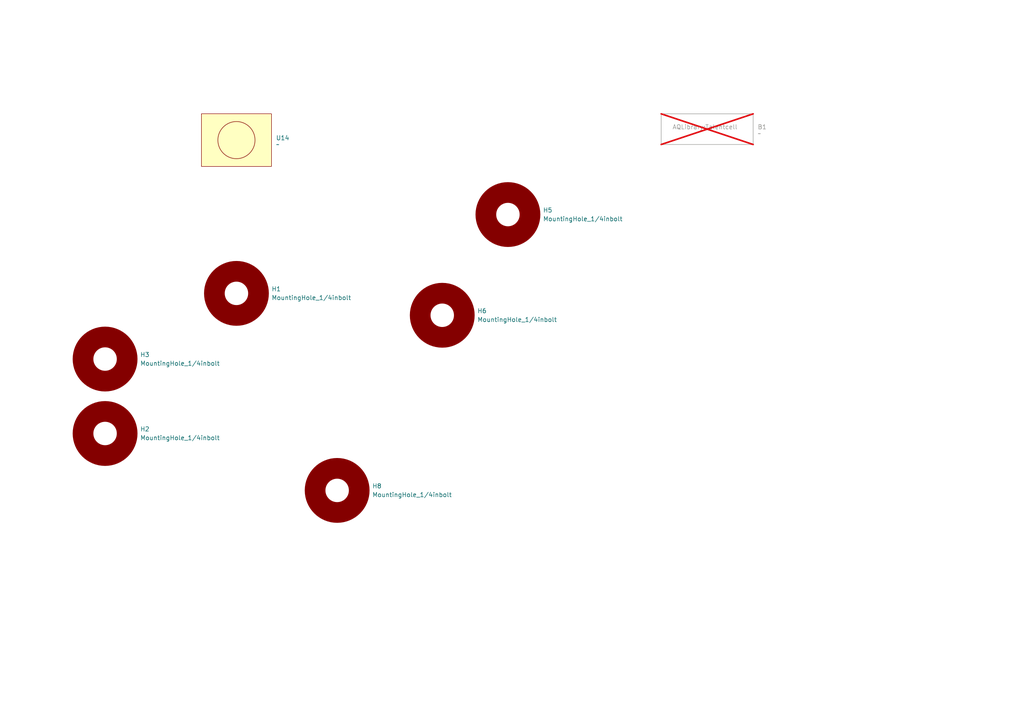
<source format=kicad_sch>
(kicad_sch (version 20250114) (generator "eeschema") (generator_version "9.0")
  (paper "A4")
  (lib_symbols
    (symbol "MB_Library:MountingHole_1/4inbolt" (pin_names (offset 1.016)) (in_bom no)
      (property "Reference" "H" (at 0 5.08 0))
      (property "Value" "MountingHole_1/4inbolt" (at 0 3.175 0))
      (symbol "MountingHole_1/4inbolt_0_1"
        (circle (center 0 0) (radius 6.4) (stroke (width 6)))
      )
    )
    (symbol "MB_Library:Talentcell" (in_bom no)
      (property "Reference" "B" (at 0 0 0))
      (symbol "Talentcell_0_1"
        (rectangle (start -12.7 3.81) (end 13.97 -5.08))
      )
    )
    (symbol "MB_Library:camera2"
      (property "Reference" "U" (at 0 8.636 0))
      (symbol "camera2_0_1"
        (circle (center 0 0) (radius 5.3882))
      )
      (symbol "camera2_1_1"
        (rectangle (start -10.16 7.62) (end 10.16 -7.62) (fill (type background)))
      )
    )
  )
  (symbol (lib_id "MB_Library:MountingHole_1/4inbolt") (at 68.58 85.09 0) (unit 1) (in_bom no)
    (property "Reference" "H1" (at 78.74 83.8199 0) (effects (justify left)))
    (property "Value" "MountingHole_1/4inbolt" (at 78.74 86.3599 0) (effects (justify left)))
    (property "Footprint" "MountingHole:MountingHole_6.4mm_M6_Pad" (effects (hide yes)))
    (property "Description" "Mounting Hole without connection" (effects (hide yes)))
  )
  (symbol (lib_id "MB_Library:MountingHole_1/4inbolt") (at 97.79 142.24 0) (unit 1) (in_bom no)
    (property "Reference" "H8" (at 107.95 140.9699 0) (effects (justify left)))
    (property "Value" "MountingHole_1/4inbolt" (at 107.95 143.5099 0) (effects (justify left)))
    (property "Footprint" "MountingHole:MountingHole_6.4mm_M6_Pad" (effects (hide yes)))
    (property "Description" "Mounting Hole without connection" (effects (hide yes)))
  )
  (symbol (lib_id "MB_Library:camera2") (at 68.58 40.64 0) (unit 1) (in_bom no)
    (property "Reference" "U14" (at 80.01 40.0049 0) (effects (justify left)))
    (property "Value" "~" (at 80.01 41.91 0) (effects (justify left)))
    (property "Footprint" "Attractor:Arducam Owlsight" (effects (hide yes)))
  )
  (symbol (lib_id "MB_Library:MountingHole_1/4inbolt") (at 30.48 104.14 0) (unit 1) (in_bom no)
    (property "Reference" "H3" (at 40.64 102.8699 0) (effects (justify left)))
    (property "Value" "MountingHole_1/4inbolt" (at 40.64 105.4099 0) (effects (justify left)))
    (property "Footprint" "MountingHole:MountingHole_6.4mm_M6_Pad" (effects (hide yes)))
    (property "Description" "Mounting Hole without connection" (effects (hide yes)))
  )
  (symbol (lib_id "MB_Library:MountingHole_1/4inbolt") (at 30.48 125.73 0) (unit 1) (in_bom no)
    (property "Reference" "H2" (at 40.64 124.4599 0) (effects (justify left)))
    (property "Value" "MountingHole_1/4inbolt" (at 40.64 126.9999 0) (effects (justify left)))
    (property "Footprint" "MountingHole:MountingHole_6.4mm_M6_Pad" (effects (hide yes)))
    (property "Description" "Mounting Hole without connection" (effects (hide yes)))
  )
  (symbol (lib_id "MB_Library:MountingHole_1/4inbolt") (at 147.32 62.23 0) (unit 1) (in_bom no)
    (property "Reference" "H5" (at 157.48 60.9599 0) (effects (justify left)))
    (property "Value" "MountingHole_1/4inbolt" (at 157.48 63.4999 0) (effects (justify left)))
    (property "Footprint" "MountingHole:MountingHole_6.4mm_M6_Pad" (effects (hide yes)))
    (property "Description" "Mounting Hole without connection" (effects (hide yes)))
  )
  (symbol (lib_id "MB_Library:MountingHole_1/4inbolt") (at 128.27 91.44 0) (unit 1) (in_bom no)
    (property "Reference" "H6" (at 138.43 90.1699 0) (effects (justify left)))
    (property "Value" "MountingHole_1/4inbolt" (at 138.43 92.7099 0) (effects (justify left)))
    (property "Footprint" "MountingHole:MountingHole_6.4mm_M6_Pad" (effects (hide yes)))
    (property "Description" "Mounting Hole without connection" (effects (hide yes)))
  )
  (symbol (lib_id "MB_Library:Talentcell") (at 204.47 36.83 0) (unit 1) (exclude_from_sim yes) (in_bom no) (dnp yes)
    (property "Reference" "B1" (at 219.71 36.8299 0) (effects (justify left)))
    (property "Value" "~" (at 219.71 38.735 0) (effects (justify left)))
    (property "Footprint" "AQLibrary:Talentcell" (at 204.47 36.83 0))
  )
)
</source>
